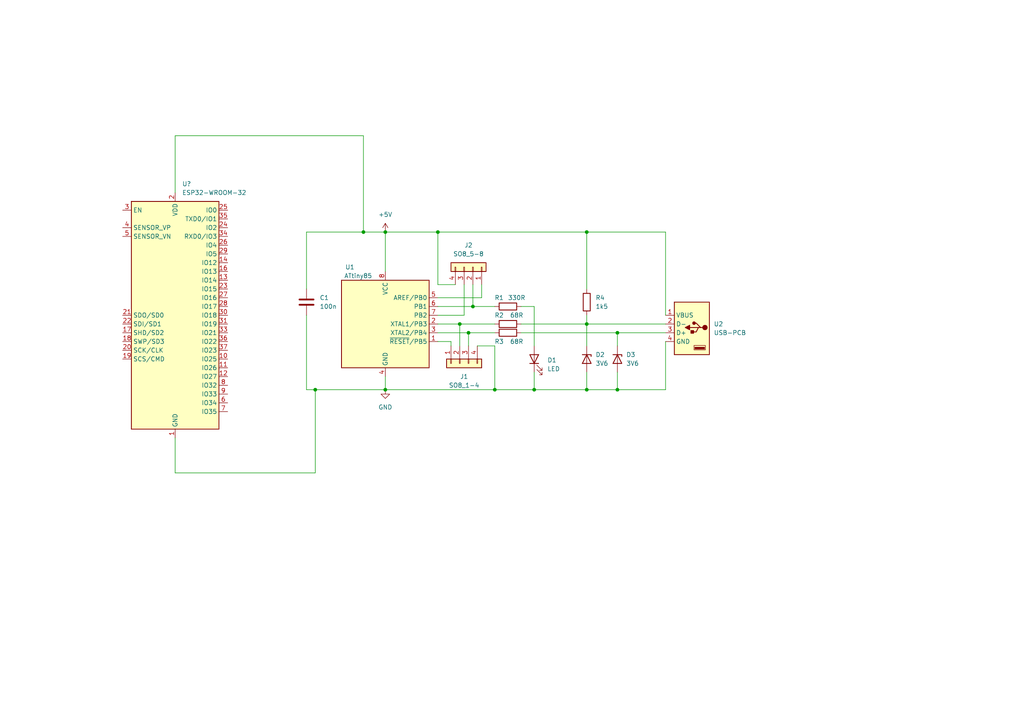
<source format=kicad_sch>
(kicad_sch (version 20230121) (generator eeschema)
  (paper "A4")
  (lib_symbols
    (symbol "!My_Custom_Library:USB-PCB"
      (property "Reference" "U?" (at -1.905 -9.525 0))
      (property "Value" "USB-PCB" (at 4.445 6.35 0))
      (symbol "USB-PCB_0_1"
        (rectangle (start -5.08 -7.62) (end 5.08 7.62) (stroke (width 0.254)) (fill (type background)))
        (circle (center -3.81 0.254) (radius 0.635) (stroke (width 0.254)) (fill (type outline)))
        (rectangle (start -0.889 -5.969) (end -3.683 -5.461) (fill (type outline)))
        (rectangle (start -0.635 -6.223) (end -3.937 -4.953))
        (circle (center -0.635 1.524) (radius 0.381) (stroke (width 0.254)) (fill (type outline)))
        (polyline (pts (xy -3.175 0.254) (xy -2.54 0.254) (xy -1.27 1.524) (xy -0.635 1.524)) (stroke (width 0.254)))
        (polyline (pts (xy -2.54 0.254) (xy -1.905 0.254) (xy -1.27 -1.016) (xy 0 -1.016)) (stroke (width 0.254)))
        (polyline (pts (xy 0.635 0.889) (xy 0.635 -0.381) (xy 1.905 0.254) (xy 0.635 0.889)) (stroke (width 0.254)) (fill (type outline)))
        (rectangle (start 0.254 -0.635) (end -0.508 -1.397) (stroke (width 0.254)) (fill (type outline)))
      )
      (symbol "USB-PCB_1_1"
        (polyline (pts (xy -1.905 0.254) (xy 0.635 0.254)) (stroke (width 0.254)))
        (pin power_in line (at 7.62 3.81 180) (length 2.54) (name "VBUS") (number "1"))
        (pin bidirectional line (at 7.62 1.27 180) (length 2.54) (name "D-") (number "2"))
        (pin bidirectional line (at 7.62 -1.27 180) (length 2.54) (name "D+") (number "3"))
        (pin power_in line (at 7.62 -3.81 180) (length 2.54) (name "GND") (number "4"))
      )
    )
    (symbol "Connector_Generic:Conn_01x04" (pin_names (offset 1.016) hide)
      (property "Reference" "J" (at 0 5.08 0))
      (property "Value" "Conn_01x04" (at 0 -7.62 0))
      (symbol "Conn_01x04_1_1"
        (rectangle (start -1.27 -4.953) (end 0 -5.207) (stroke (width 0.1524)))
        (rectangle (start -1.27 -2.413) (end 0 -2.667) (stroke (width 0.1524)))
        (rectangle (start -1.27 0.127) (end 0 -0.127) (stroke (width 0.1524)))
        (rectangle (start -1.27 2.667) (end 0 2.413) (stroke (width 0.1524)))
        (rectangle (start -1.27 3.81) (end 1.27 -6.35) (stroke (width 0.254)) (fill (type background)))
        (pin passive line (at -5.08 2.54 0) (length 3.81) (name "Pin_1") (number "1"))
        (pin passive line (at -5.08 0 0) (length 3.81) (name "Pin_2") (number "2"))
        (pin passive line (at -5.08 -2.54 0) (length 3.81) (name "Pin_3") (number "3"))
        (pin passive line (at -5.08 -5.08 0) (length 3.81) (name "Pin_4") (number "4"))
      )
    )
    (symbol "Device:C" (pin_numbers hide) (pin_names (offset 0.254))
      (property "Reference" "C" (at 0.635 2.54 0))
      (property "Value" "C" (at 0.635 -2.54 0))
      (symbol "C_0_1"
        (polyline (pts (xy -2.032 -0.762) (xy 2.032 -0.762)) (stroke (width 0.508)))
        (polyline (pts (xy -2.032 0.762) (xy 2.032 0.762)) (stroke (width 0.508)))
      )
      (symbol "C_1_1"
        (pin passive line (at 0 3.81 270) (length 2.794) (name "~") (number "1"))
        (pin passive line (at 0 -3.81 90) (length 2.794) (name "~") (number "2"))
      )
    )
    (symbol "Device:D_Zener" (pin_numbers hide) (pin_names (offset 1.016) hide)
      (property "Reference" "D" (at 0 2.54 0))
      (property "Value" "D_Zener" (at 0 -2.54 0))
      (symbol "D_Zener_0_1"
        (polyline (pts (xy 1.27 0) (xy -1.27 0)))
        (polyline (pts (xy -1.27 -1.27) (xy -1.27 1.27) (xy -0.762 1.27)) (stroke (width 0.254)))
        (polyline (pts (xy 1.27 -1.27) (xy 1.27 1.27) (xy -1.27 0) (xy 1.27 -1.27)) (stroke (width 0.254)))
      )
      (symbol "D_Zener_1_1"
        (pin passive line (at -3.81 0 0) (length 2.54) (name "K") (number "1"))
        (pin passive line (at 3.81 0 180) (length 2.54) (name "A") (number "2"))
      )
    )
    (symbol "Device:LED" (pin_numbers hide) (pin_names (offset 1.016) hide)
      (property "Reference" "D" (at 0 2.54 0))
      (property "Value" "LED" (at 0 -2.54 0))
      (symbol "LED_0_1"
        (polyline (pts (xy -1.27 -1.27) (xy -1.27 1.27)) (stroke (width 0.254)))
        (polyline (pts (xy -1.27 0) (xy 1.27 0)))
        (polyline (pts (xy 1.27 -1.27) (xy 1.27 1.27) (xy -1.27 0) (xy 1.27 -1.27)) (stroke (width 0.254)))
        (polyline (pts (xy -3.048 -0.762) (xy -4.572 -2.286) (xy -3.81 -2.286) (xy -4.572 -2.286) (xy -4.572 -1.524)))
        (polyline (pts (xy -1.778 -0.762) (xy -3.302 -2.286) (xy -2.54 -2.286) (xy -3.302 -2.286) (xy -3.302 -1.524)))
      )
      (symbol "LED_1_1"
        (pin passive line (at -3.81 0 0) (length 2.54) (name "K") (number "1"))
        (pin passive line (at 3.81 0 180) (length 2.54) (name "A") (number "2"))
      )
    )
    (symbol "Device:R" (pin_numbers hide) (pin_names (offset 0))
      (property "Reference" "R" (at 2.032 0 90))
      (property "Value" "R" (at 0 0 90))
      (symbol "R_0_1"
        (rectangle (start -1.016 -2.54) (end 1.016 2.54) (stroke (width 0.254)))
      )
      (symbol "R_1_1"
        (pin passive line (at 0 3.81 270) (length 1.27) (name "~") (number "1"))
        (pin passive line (at 0 -3.81 90) (length 1.27) (name "~") (number "2"))
      )
    )
    (symbol "MCU_Microchip_ATtiny:ATtiny85-20S"
      (property "Reference" "U" (at -12.7 13.97 0))
      (property "Value" "ATtiny85-20S" (at 2.54 -13.97 0))
      (symbol "ATtiny85-20S_0_1"
        (rectangle (start -12.7 -12.7) (end 12.7 12.7) (stroke (width 0.254)) (fill (type background)))
      )
      (symbol "ATtiny85-20S_1_1"
        (pin bidirectional line (at 15.24 -5.08 180) (length 2.54) (name "~{RESET}/PB5") (number "1"))
        (pin bidirectional line (at 15.24 0 180) (length 2.54) (name "XTAL1/PB3") (number "2"))
        (pin bidirectional line (at 15.24 -2.54 180) (length 2.54) (name "XTAL2/PB4") (number "3"))
        (pin power_in line (at 0 -15.24 90) (length 2.54) (name "GND") (number "4"))
        (pin bidirectional line (at 15.24 7.62 180) (length 2.54) (name "AREF/PB0") (number "5"))
        (pin bidirectional line (at 15.24 5.08 180) (length 2.54) (name "PB1") (number "6"))
        (pin bidirectional line (at 15.24 2.54 180) (length 2.54) (name "PB2") (number "7"))
        (pin power_in line (at 0 15.24 270) (length 2.54) (name "VCC") (number "8"))
      )
    )
    (symbol "RF_Module:ESP32-WROOM-32"
      (property "Reference" "U" (at -12.7 34.29 0))
      (property "Value" "ESP32-WROOM-32" (at 1.27 34.29 0))
      (symbol "ESP32-WROOM-32_0_1"
        (rectangle (start -12.7 33.02) (end 12.7 -33.02) (stroke (width 0.254)) (fill (type background)))
      )
      (symbol "ESP32-WROOM-32_1_1"
        (pin power_in line (at 0 -35.56 90) (length 2.54) (name "GND") (number "1"))
        (pin bidirectional line (at 15.24 -12.7 180) (length 2.54) (name "IO25") (number "10"))
        (pin bidirectional line (at 15.24 -15.24 180) (length 2.54) (name "IO26") (number "11"))
        (pin bidirectional line (at 15.24 -17.78 180) (length 2.54) (name "IO27") (number "12"))
        (pin bidirectional line (at 15.24 10.16 180) (length 2.54) (name "IO14") (number "13"))
        (pin bidirectional line (at 15.24 15.24 180) (length 2.54) (name "IO12") (number "14"))
        (pin passive line (at 0 -35.56 90) (length 2.54) hide (name "GND") (number "15"))
        (pin bidirectional line (at 15.24 12.7 180) (length 2.54) (name "IO13") (number "16"))
        (pin bidirectional line (at -15.24 -5.08 0) (length 2.54) (name "SHD/SD2") (number "17"))
        (pin bidirectional line (at -15.24 -7.62 0) (length 2.54) (name "SWP/SD3") (number "18"))
        (pin bidirectional line (at -15.24 -12.7 0) (length 2.54) (name "SCS/CMD") (number "19"))
        (pin power_in line (at 0 35.56 270) (length 2.54) (name "VDD") (number "2"))
        (pin bidirectional line (at -15.24 -10.16 0) (length 2.54) (name "SCK/CLK") (number "20"))
        (pin bidirectional line (at -15.24 0 0) (length 2.54) (name "SDO/SD0") (number "21"))
        (pin bidirectional line (at -15.24 -2.54 0) (length 2.54) (name "SDI/SD1") (number "22"))
        (pin bidirectional line (at 15.24 7.62 180) (length 2.54) (name "IO15") (number "23"))
        (pin bidirectional line (at 15.24 25.4 180) (length 2.54) (name "IO2") (number "24"))
        (pin bidirectional line (at 15.24 30.48 180) (length 2.54) (name "IO0") (number "25"))
        (pin bidirectional line (at 15.24 20.32 180) (length 2.54) (name "IO4") (number "26"))
        (pin bidirectional line (at 15.24 5.08 180) (length 2.54) (name "IO16") (number "27"))
        (pin bidirectional line (at 15.24 2.54 180) (length 2.54) (name "IO17") (number "28"))
        (pin bidirectional line (at 15.24 17.78 180) (length 2.54) (name "IO5") (number "29"))
        (pin input line (at -15.24 30.48 0) (length 2.54) (name "EN") (number "3"))
        (pin bidirectional line (at 15.24 0 180) (length 2.54) (name "IO18") (number "30"))
        (pin bidirectional line (at 15.24 -2.54 180) (length 2.54) (name "IO19") (number "31"))
        (pin no_connect line (at -12.7 -27.94 0) (length 2.54) hide (name "NC") (number "32"))
        (pin bidirectional line (at 15.24 -5.08 180) (length 2.54) (name "IO21") (number "33"))
        (pin bidirectional line (at 15.24 22.86 180) (length 2.54) (name "RXD0/IO3") (number "34"))
        (pin bidirectional line (at 15.24 27.94 180) (length 2.54) (name "TXD0/IO1") (number "35"))
        (pin bidirectional line (at 15.24 -7.62 180) (length 2.54) (name "IO22") (number "36"))
        (pin bidirectional line (at 15.24 -10.16 180) (length 2.54) (name "IO23") (number "37"))
        (pin passive line (at 0 -35.56 90) (length 2.54) hide (name "GND") (number "38"))
        (pin passive line (at 0 -35.56 90) (length 2.54) hide (name "GND") (number "39"))
        (pin input line (at -15.24 25.4 0) (length 2.54) (name "SENSOR_VP") (number "4"))
        (pin input line (at -15.24 22.86 0) (length 2.54) (name "SENSOR_VN") (number "5"))
        (pin input line (at 15.24 -25.4 180) (length 2.54) (name "IO34") (number "6"))
        (pin input line (at 15.24 -27.94 180) (length 2.54) (name "IO35") (number "7"))
        (pin bidirectional line (at 15.24 -20.32 180) (length 2.54) (name "IO32") (number "8"))
        (pin bidirectional line (at 15.24 -22.86 180) (length 2.54) (name "IO33") (number "9"))
      )
    )
    (symbol "power:+5V" (power) (pin_names (offset 0))
      (property "Value" "+5V" (at 0 3.556 0))
      (symbol "+5V_0_1"
        (polyline (pts (xy -0.762 1.27) (xy 0 2.54)))
        (polyline (pts (xy 0 0) (xy 0 2.54)))
        (polyline (pts (xy 0 2.54) (xy 0.762 1.27)))
      )
      (symbol "+5V_1_1"
        (pin power_in line (at 0 0 90) (length 0) hide (name "+5V") (number "1"))
      )
    )
    (symbol "power:GND" (power) (pin_names (offset 0))
      (property "Value" "GND" (at 0 -3.81 0))
      (symbol "GND_0_1"
        (polyline (pts (xy 0 0) (xy 0 -1.27) (xy 1.27 -1.27) (xy 0 -2.54) (xy -1.27 -1.27) (xy 0 -1.27)))
      )
      (symbol "GND_1_1"
        (pin power_in line (at 0 0 270) (length 0) hide (name "GND") (number "1"))
      )
    )
  )
  (junction (at 91.44 113.03))
  (junction (at 170.18 93.98))
  (junction (at 179.07 96.52))
  (junction (at 179.07 113.03))
  (junction (at 111.76 67.31))
  (junction (at 135.89 96.52))
  (junction (at 127 67.31))
  (junction (at 170.18 67.31))
  (junction (at 105.41 67.31))
  (junction (at 170.18 113.03))
  (junction (at 133.35 93.98))
  (junction (at 137.16 88.9))
  (junction (at 154.94 113.03))
  (junction (at 111.76 113.03))
  (junction (at 143.51 113.03))
  (wire (pts (xy 193.04 67.31) (xy 193.04 91.44)))
  (wire (pts (xy 170.18 91.44) (xy 170.18 93.98)))
  (wire (pts (xy 105.41 39.37) (xy 105.41 67.31)))
  (wire (pts (xy 170.18 107.95) (xy 170.18 113.03)))
  (wire (pts (xy 133.35 93.98) (xy 143.51 93.98)))
  (wire (pts (xy 137.16 82.55) (xy 137.16 88.9)))
  (wire (pts (xy 111.76 78.74) (xy 111.76 67.31)))
  (wire (pts (xy 111.76 113.03) (xy 143.51 113.03)))
  (wire (pts (xy 179.07 113.03) (xy 170.18 113.03)))
  (wire (pts (xy 91.44 113.03) (xy 91.44 137.16)))
  (wire (pts (xy 154.94 107.95) (xy 154.94 113.03)))
  (wire (pts (xy 111.76 67.31) (xy 105.41 67.31)))
  (wire (pts (xy 91.44 137.16) (xy 50.8 137.16)))
  (wire (pts (xy 135.89 96.52) (xy 135.89 100.33)))
  (wire (pts (xy 111.76 113.03) (xy 111.76 109.22)))
  (wire (pts (xy 127 67.31) (xy 170.18 67.31)))
  (wire (pts (xy 130.81 99.06) (xy 130.81 100.33)))
  (wire (pts (xy 193.04 113.03) (xy 179.07 113.03)))
  (wire (pts (xy 50.8 39.37) (xy 50.8 55.88)))
  (wire (pts (xy 134.62 91.44) (xy 127 91.44)))
  (wire (pts (xy 135.89 96.52) (xy 143.51 96.52)))
  (wire (pts (xy 138.43 100.33) (xy 143.51 100.33)))
  (wire (pts (xy 151.13 93.98) (xy 170.18 93.98)))
  (wire (pts (xy 139.7 86.36) (xy 139.7 82.55)))
  (wire (pts (xy 111.76 67.31) (xy 127 67.31)))
  (wire (pts (xy 170.18 67.31) (xy 193.04 67.31)))
  (wire (pts (xy 127 93.98) (xy 133.35 93.98)))
  (wire (pts (xy 151.13 88.9) (xy 154.94 88.9)))
  (wire (pts (xy 179.07 96.52) (xy 179.07 100.33)))
  (wire (pts (xy 143.51 100.33) (xy 143.51 113.03)))
  (wire (pts (xy 105.41 67.31) (xy 88.9 67.31)))
  (wire (pts (xy 154.94 88.9) (xy 154.94 100.33)))
  (wire (pts (xy 143.51 113.03) (xy 154.94 113.03)))
  (wire (pts (xy 154.94 113.03) (xy 170.18 113.03)))
  (wire (pts (xy 137.16 88.9) (xy 143.51 88.9)))
  (wire (pts (xy 134.62 82.55) (xy 134.62 91.44)))
  (wire (pts (xy 179.07 107.95) (xy 179.07 113.03)))
  (wire (pts (xy 88.9 91.44) (xy 88.9 113.03)))
  (wire (pts (xy 170.18 93.98) (xy 170.18 100.33)))
  (wire (pts (xy 50.8 137.16) (xy 50.8 127)))
  (wire (pts (xy 127 82.55) (xy 127 67.31)))
  (wire (pts (xy 193.04 99.06) (xy 193.04 113.03)))
  (wire (pts (xy 50.8 39.37) (xy 105.41 39.37)))
  (wire (pts (xy 170.18 67.31) (xy 170.18 83.82)))
  (wire (pts (xy 127 96.52) (xy 135.89 96.52)))
  (wire (pts (xy 127 99.06) (xy 130.81 99.06)))
  (wire (pts (xy 132.08 82.55) (xy 127 82.55)))
  (wire (pts (xy 91.44 113.03) (xy 111.76 113.03)))
  (wire (pts (xy 151.13 96.52) (xy 179.07 96.52)))
  (wire (pts (xy 127 86.36) (xy 139.7 86.36)))
  (wire (pts (xy 133.35 93.98) (xy 133.35 100.33)))
  (wire (pts (xy 179.07 96.52) (xy 193.04 96.52)))
  (wire (pts (xy 88.9 113.03) (xy 91.44 113.03)))
  (wire (pts (xy 170.18 93.98) (xy 193.04 93.98)))
  (wire (pts (xy 88.9 67.31) (xy 88.9 83.82)))
  (wire (pts (xy 127 88.9) (xy 137.16 88.9)))
  (symbol (lib_id "Device:R") (at 170.18 87.63 180) (unit 1)
    (property "Reference" "R4" (at 172.72 86.3599 0) (effects (justify right)))
    (property "Value" "1k5" (at 172.72 88.8999 0) (effects (justify right)))
    (property "Footprint" "Resistor_SMD:R_0805_2012Metric_Pad1.20x1.40mm_HandSolder" (effects hide))
  )
  (symbol (lib_id "Connector_Generic:Conn_01x04") (at 137.16 77.47 270) (mirror x) (unit 1)
    (property "Reference" "J2" (at 135.89 71.12 90))
    (property "Value" "SO8_5-8" (at 135.89 73.66 90))
    (property "Footprint" "Connector_PinHeader_2.54mm:PinHeader_1x04_P2.54mm_Vertical" (effects hide))
  )
  (symbol (lib_id "power:GND") (at 111.76 113.03 0) (unit 1)
    (property "Reference" "#PWR0101" (effects hide))
    (property "Value" "GND" (at 111.76 118.11 0))
  )
  (symbol (lib_id "Device:D_Zener") (at 179.07 104.14 270) (unit 1)
    (property "Reference" "D3" (at 181.61 102.8699 90) (effects (justify left)))
    (property "Value" "3V6" (at 181.61 105.4099 90) (effects (justify left)))
    (property "Footprint" "Diode_SMD:D_SOD-123" (effects hide))
  )
  (symbol (lib_id "Device:C") (at 88.9 87.63 0) (unit 1)
    (property "Reference" "C1" (at 92.71 86.3599 0) (effects (justify left)))
    (property "Value" "100n" (at 92.71 88.8999 0) (effects (justify left)))
    (property "Footprint" "Capacitor_SMD:C_1206_3216Metric_Pad1.33x1.80mm_HandSolder" (effects hide))
  )
  (symbol (lib_id "Device:R") (at 147.32 88.9 270) (unit 1)
    (property "Reference" "R1" (at 144.78 86.36 90))
    (property "Value" "330R" (at 149.86 86.36 90))
    (property "Footprint" "Resistor_SMD:R_0805_2012Metric_Pad1.20x1.40mm_HandSolder" (effects hide))
  )
  (symbol (lib_id "Device:LED") (at 154.94 104.14 90) (unit 1)
    (property "Reference" "D1" (at 158.75 104.4574 90) (effects (justify right)))
    (property "Value" "LED" (at 158.75 106.9974 90) (effects (justify right)))
    (property "Footprint" "LED_THT:LED_D3.0mm" (effects hide))
  )
  (symbol (lib_id "Device:R") (at 147.32 93.98 270) (unit 1)
    (property "Reference" "R2" (at 144.78 91.44 90))
    (property "Value" "68R" (at 149.86 91.44 90))
    (property "Footprint" "Resistor_SMD:R_0805_2012Metric_Pad1.20x1.40mm_HandSolder" (effects hide))
  )
  (symbol (lib_id "Device:R") (at 147.32 96.52 270) (unit 1)
    (property "Reference" "R3" (at 144.78 99.06 90))
    (property "Value" "68R" (at 149.86 99.06 90))
    (property "Footprint" "Resistor_SMD:R_0805_2012Metric_Pad1.20x1.40mm_HandSolder" (effects hide))
  )
  (symbol (lib_id "MCU_Microchip_ATtiny:ATtiny85-20S") (at 111.76 93.98 0) (unit 1)
    (property "Reference" "U1" (at 102.87 77.47 0) (effects (justify right)))
    (property "Value" "ATtiny85" (at 107.95 80.01 0) (effects (justify right)))
    (property "Footprint" "Package_SO:SOIC-8W_5.3x5.3mm_P1.27mm" (effects hide))
    (property "Datasheet" "http://ww1.microchip.com/downloads/en/DeviceDoc/atmel-2586-avr-8-bit-microcontroller-attiny25-attiny45-attiny85_datasheet.pdf" (effects hide))
  )
  (symbol (lib_id "Connector_Generic:Conn_01x04") (at 133.35 105.41 90) (mirror x) (unit 1)
    (property "Reference" "J1" (at 134.62 109.22 90))
    (property "Value" "SO8_1-4" (at 134.62 111.76 90))
    (property "Footprint" "Connector_PinHeader_2.54mm:PinHeader_1x04_P2.54mm_Vertical" (effects hide))
  )
  (symbol (lib_id "power:+5V") (at 111.76 67.31 0) (unit 1)
    (property "Reference" "#PWR0102" (effects hide))
    (property "Value" "+5V" (at 111.76 62.23 0))
  )
  (symbol (lib_id "!My_Custom_Library:USB-PCB") (at 200.66 95.25 0) (mirror y) (unit 1)
    (property "Reference" "U2" (at 207.01 93.9799 0) (effects (justify right)))
    (property "Value" "USB-PCB" (at 207.01 96.5199 0) (effects (justify right)))
    (property "Footprint" "!My_Custom_Library:USB-A-PCB" (effects hide))
  )
  (symbol (lib_id "RF_Module:ESP32-WROOM-32") (at 50.8 91.44 0) (unit 1)
    (property "Reference" "U?" (at 52.8194 53.34 0) (effects (justify left)))
    (property "Value" "ESP32-WROOM-32" (at 52.8194 55.88 0) (effects (justify left)))
    (property "Footprint" "RF_Module:ESP32-WROOM-32" (effects hide))
    (property "Datasheet" "https://www.espressif.com/sites/default/files/documentation/esp32-wroom-32_datasheet_en.pdf" (effects hide))
  )
  (symbol (lib_id "Device:D_Zener") (at 170.18 104.14 270) (unit 1)
    (property "Reference" "D2" (at 172.72 102.8699 90) (effects (justify left)))
    (property "Value" "3V6" (at 172.72 105.4099 90) (effects (justify left)))
    (property "Footprint" "Diode_SMD:D_SOD-123" (effects hide))
  )
)
</source>
